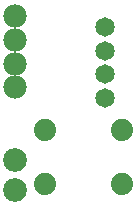
<source format=gbl>
G04 MADE WITH FRITZING*
G04 WWW.FRITZING.ORG*
G04 DOUBLE SIDED*
G04 HOLES PLATED*
G04 CONTOUR ON CENTER OF CONTOUR VECTOR*
%ASAXBY*%
%FSLAX23Y23*%
%MOIN*%
%OFA0B0*%
%SFA1.0B1.0*%
%ADD10C,0.065000*%
%ADD11C,0.078000*%
%ADD12C,0.079370*%
%ADD13C,0.074000*%
%LNCOPPER0*%
G90*
G70*
G54D10*
X428Y650D03*
X428Y571D03*
X428Y493D03*
X428Y414D03*
G54D11*
X128Y450D03*
X128Y529D03*
X128Y607D03*
X128Y686D03*
G54D12*
X128Y207D03*
X128Y107D03*
G54D13*
X228Y307D03*
X484Y307D03*
X228Y129D03*
X484Y129D03*
G04 End of Copper0*
M02*
</source>
